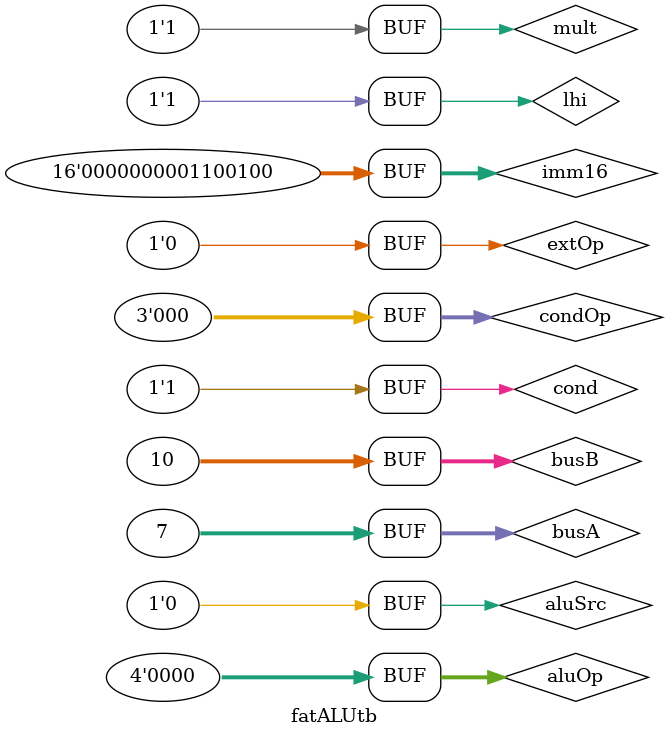
<source format=v>

module fatALUtb;
  reg [31:0] busA;
  reg [31:0] busB;
  reg [15:0] imm16;
  reg extOp, aluSrc, cond, mult, lhi;
  reg [3:0] aluOp;
  reg [2:0] condOp;
  
  wire [31:0] imm32;
  wire [31:0] result;

  fatALU noo(.busA(busA), .busB(busB), .imm16(imm16), .extOp(extOp), .aluSrc(aluSrc), .cond(cond), .mult(mult), .lhi(lhi), .aluOp(aluOp), .condOp(condOp), .imm32(imm32), .result(result));

  initial begin
  $monitor("BusA: %d, BusB: %d, Imm16: %d, extOp: %b, aluSrc %b, cond %b, mult %b, lhi %b, aluOp: %b, condOp: %b, imm32: %d, result: %d", busA, busB, imm16, extOp, aluSrc, cond, mult, lhi, aluOp, condOp, imm32, result);

  #0 busA = 32'd7; busB = 32'd10; imm16 = 16'd100; aluSrc = 1'b0; aluOp = 4'b0;
  #1 extOp = 1'b0; cond = 1'b0; mult = 1'b0; 
  #1 lhi = 1'b0;
  #1 condOp = 3'b000;
  #1 mult = 1'b1;
  #1 cond = 1'b1;
  #1 lhi = 1'b1;


  end
endmodule







</source>
